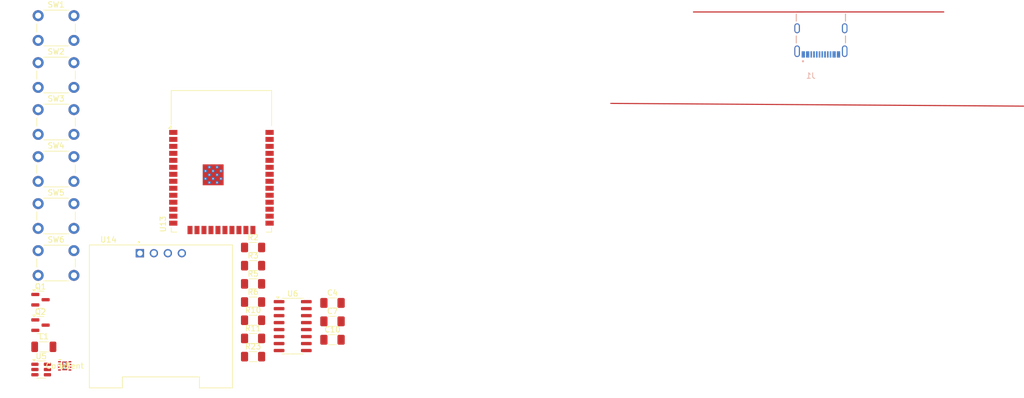
<source format=kicad_pcb>
(kicad_pcb (version 20241229) (generator "pcbnew") (generator_version "9.0")
  (layers (0 "F.Cu" signal) (2 "B.Cu" signal) (13 "F.Paste" user) (15 "B.Paste" user) (5 "F.SilkS" user "F.Silkscreen") (7 "B.SilkS" user "B.Silkscreen") (1 "F.Mask" user) (3 "B.Mask" user) (25 "Edge.Cuts" user))
  (net 0 "")
  (net 1 "Net-(U6-V3)")
  (net 2 "GND")
  (net 3 "Net-(J1-DN1)")
  (net 4 "Net-(J1-DP1)")
  (net 5 "Net-(J1-CC1)")
  (net 6 "Net-(J1-CC2)")
  (net 7 "Net-(Q1-B)")
  (net 8 "Net-(Q2-B)")
  (net 9 "+3,3V")
  (net 10 "Net-(U6-UD-)")
  (net 11 "Net-(U6-UD+)")
  (net 19 "+5V")
  (net 20 "RTS")
  (net 21 "Boot{slash}GPIO9")
  (net 22 "DTR")
  (net 23 "CHIP_EN")
  (net 24 "Net-(U2-FB)")
  (net 25 "RXD")
  (net 26 "TXD")
  (net 30 "Gpio33")
  (net 33 "Gpio26")
  (net 46 "Gpio35")
  (net 47 "Gpio27")
  (net 52 "SDA")
  (net 53 "SCL")
  (net 56 "Gpio32")
  (net 58 "Gpio34")
  (net 59 "Net-(U2-SW)")
  (footprint "Resistor_SMD:R_1206_3216Metric_Pad1.30x1.75mm_HandSolder" (layer "F.Cu") (at 110.5075 105.57)
    (property "Reference" "R23" (at 0 -1.83 0) (layer "F.SilkS"))
    (property "Value" "10k")
    (fp_line (start -0.727064 -0.91) (end 0.727064 -0.91) (stroke (width 0.12)) (layer "F.SilkS"))
    (fp_line (start -0.727064 0.91) (end 0.727064 0.91) (stroke (width 0.12)) (layer "F.SilkS"))
    (pad "1" smd roundrect (at -1.55 0) (size 1.3 1.75) (layers "F.Cu" "F.Mask" "F.Paste") (roundrect_rratio 0.192308) (net 9 "+3,3V"))
    (pad "2" smd roundrect (at 1.55 0) (size 1.3 1.75) (layers "F.Cu" "F.Mask" "F.Paste") (roundrect_rratio 0.192308) (net 23 "CHIP_EN"))
  )
  (footprint "Capacitor_SMD:C_1206_3216Metric_Pad1.33x1.80mm_HandSolder" (layer "F.Cu") (at 124.9375 99.15)
    (property "Reference" "C7" (at 0 -1.85 0) (layer "F.SilkS"))
    (property "Value" "10uF")
    (fp_line (start -0.711252 -0.91) (end 0.711252 -0.91) (stroke (width 0.12)) (layer "F.SilkS"))
    (fp_line (start -0.711252 0.91) (end 0.711252 0.91) (stroke (width 0.12)) (layer "F.SilkS"))
    (pad "1" smd roundrect (at -1.5625 0) (size 1.325 1.8) (layers "F.Cu" "F.Mask" "F.Paste") (roundrect_rratio 0.188679) (net 19 "+5V"))
    (pad "2" smd roundrect (at 1.5625 0) (size 1.325 1.8) (layers "F.Cu" "F.Mask" "F.Paste") (roundrect_rratio 0.188679) (net 2 "GND"))
  )
  (footprint "Button_Switch_THT:SW_PUSH_6mm_H4.3mm" (layer "F.Cu") (at 71.4575 60.64)
    (property "Reference" "SW3" (at 3.25 -2 0) (layer "F.SilkS"))
    (property "Value" "SW_Push")
    (fp_line (start -0.25 1.5) (end -0.25 3) (stroke (width 0.12)) (layer "F.SilkS"))
    (fp_line (start 1 5.5) (end 5.5 5.5) (stroke (width 0.12)) (layer "F.SilkS"))
    (fp_line (start 5.5 -1) (end 1 -1) (stroke (width 0.12)) (layer "F.SilkS"))
    (fp_line (start 6.75 3) (end 6.75 1.5) (stroke (width 0.12)) (layer "F.SilkS"))
    (pad "1" thru_hole circle (at 0 0 90) (size 2 2) (drill 1.1) (layers "*.Cu" "*.Mask") (net 56 "Gpio32"))
    (pad "1" thru_hole circle (at 6.5 0 90) (size 2 2) (drill 1.1) (layers "*.Cu" "*.Mask") (net 56 "Gpio32"))
    (pad "2" thru_hole circle (at 0 4.5 90) (size 2 2) (drill 1.1) (layers "*.Cu" "*.Mask") (net 2 "GND"))
    (pad "2" thru_hole circle (at 6.5 4.5 90) (size 2 2) (drill 1.1) (layers "*.Cu" "*.Mask") (net 2 "GND"))
  )
  (footprint "footprints:DSG0008A" (layer "F.Cu") (at 76.282396 107.250062)
    (property "Reference" "U2" (at 0 0 0) (layer "F.SilkS"))
    (property "Value" "TPS62065DSGR")
    (fp_line (start -1.074928 -1.150112) (end -0.625094 -1.150112) (stroke (width 0.1699)) (layer "F.SilkS"))
    (fp_text user "Comment" (at 0 0 0) (layer "F.SilkS"))
    (pad "1" smd rect (at -0.94996 -0.750062 90) (size 0.249936 0.499872) (layers "F.Cu" "F.Mask" "F.Paste") (net 2 "GND"))
    (pad "2" smd rect (at -0.94996 -0.249936 90) (size 0.249936 0.499872) (layers "F.Cu" "F.Mask" "F.Paste") (net 59 "Net-(U2-SW)"))
    (pad "3" smd rect (at -0.94996 0.249936 90) (size 0.249936 0.499872) (layers "F.Cu" "F.Mask" "F.Paste") (net 2 "GND"))
    (pad "4" smd rect (at -0.94996 0.750062 90) (size 0.249936 0.499872) (layers "F.Cu" "F.Mask" "F.Paste") (net 24 "Net-(U2-FB)"))
    (pad "5" smd rect (at 0.94996 0.750062 90) (size 0.249936 0.499872) (layers "F.Cu" "F.Mask" "F.Paste") (net 19 "+5V"))
    (pad "6" smd rect (at 0.94996 0.249936 90) (size 0.249936 0.499872) (layers "F.Cu" "F.Mask" "F.Paste") (net 2 "GND"))
    (pad "7" smd rect (at 0.94996 -0.249936 90) (size 0.249936 0.499872) (layers "F.Cu" "F.Mask" "F.Paste") (net 19 "+5V"))
    (pad "8" smd rect (at 0.94996 -0.750062 90) (size 0.249936 0.499872) (layers "F.Cu" "F.Mask" "F.Paste") (net 19 "+5V"))
    (pad "9" smd rect (at 0 0) (size 0.899922 1.599946) (layers "F.Cu" "F.Mask" "F.Paste") (net 2 "GND"))
    (pad "V" thru_hole circle (at 0 -0.40005) (size 0.499872 0.499872) (drill 0.254) (layers "*.Cu" "*.Mask"))
    (pad "V" thru_hole circle (at 0 0.40005) (size 0.499872 0.499872) (drill 0.254) (layers "*.Cu" "*.Mask"))
  )
  (footprint "Package_SO:SOIC-16_3.9x9.9mm_P1.27mm" (layer "F.Cu") (at 117.7075 100.02)
    (property "Reference" "U6" (at 0 -5.9 0) (layer "F.SilkS"))
    (property "Value" "CH340C")
    (fp_line (start 0 -5.06) (end -1.95 -5.06) (stroke (width 0.12)) (layer "F.SilkS"))
    (fp_line (start 0 -5.06) (end 1.95 -5.06) (stroke (width 0.12)) (layer "F.SilkS"))
    (fp_line (start 0 5.06) (end -1.95 5.06) (stroke (width 0.12)) (layer "F.SilkS"))
    (fp_line (start 0 5.06) (end 1.95 5.06) (stroke (width 0.12)) (layer "F.SilkS"))
    (fp_poly (pts (xy -2.7 -5.005) (xy -2.94 -5.335) (xy -2.46 -5.335)) (stroke (width 0.12)) (fill yes) (layer "F.SilkS"))
    (pad "1" smd roundrect (at -2.475 -4.445) (size 1.95 0.6) (layers "F.Cu" "F.Mask" "F.Paste") (net 2 "GND"))
    (pad "2" smd roundrect (at -2.475 -3.175) (size 1.95 0.6) (layers "F.Cu" "F.Mask" "F.Paste") (net 26 "TXD"))
    (pad "3" smd roundrect (at -2.475 -1.905) (size 1.95 0.6) (layers "F.Cu" "F.Mask" "F.Paste") (net 25 "RXD"))
    (pad "4" smd roundrect (at -2.475 -0.635) (size 1.95 0.6) (layers "F.Cu" "F.Mask" "F.Paste") (net 1 "Net-(U6-V3)"))
    (pad "5" smd roundrect (at -2.475 0.635) (size 1.95 0.6) (layers "F.Cu" "F.Mask" "F.Paste") (net 11 "Net-(U6-UD+)"))
    (pad "6" smd roundrect (at -2.475 1.905) (size 1.95 0.6) (layers "F.Cu" "F.Mask" "F.Paste") (net 10 "Net-(U6-UD-)"))
    (pad "7" smd roundrect (at -2.475 3.175) (size 1.95 0.6) (layers "F.Cu" "F.Mask" "F.Paste"))
    (pad "8" smd roundrect (at -2.475 4.445) (size 1.95 0.6) (layers "F.Cu" "F.Mask" "F.Paste"))
    (pad "9" smd roundrect (at 2.475 4.445) (size 1.95 0.6) (layers "F.Cu" "F.Mask" "F.Paste"))
    (pad "10" smd roundrect (at 2.475 3.175) (size 1.95 0.6) (layers "F.Cu" "F.Mask" "F.Paste"))
    (pad "11" smd roundrect (at 2.475 1.905) (size 1.95 0.6) (layers "F.Cu" "F.Mask" "F.Paste"))
    (pad "12" smd roundrect (at 2.475 0.635) (size 1.95 0.6) (layers "F.Cu" "F.Mask" "F.Paste"))
    (pad "13" smd roundrect (at 2.475 -0.635) (size 1.95 0.6) (layers "F.Cu" "F.Mask" "F.Paste") (net 22 "DTR"))
    (pad "14" smd roundrect (at 2.475 -1.905) (size 1.95 0.6) (layers "F.Cu" "F.Mask" "F.Paste") (net 20 "RTS"))
    (pad "15" smd roundrect (at 2.475 -3.175) (size 1.95 0.6) (layers "F.Cu" "F.Mask" "F.Paste"))
    (pad "16" smd roundrect (at 2.475 -4.445) (size 1.95 0.6) (layers "F.Cu" "F.Mask" "F.Paste") (net 19 "+5V"))
  )
  (footprint "Resistor_SMD:R_1206_3216Metric_Pad1.30x1.75mm_HandSolder" (layer "F.Cu") (at 110.5075 85.71)
    (property "Reference" "R2" (at 0 -1.83 0) (layer "F.SilkS"))
    (property "Value" "820k")
    (fp_line (start -0.727064 -0.91) (end 0.727064 -0.91) (stroke (width 0.12)) (layer "F.SilkS"))
    (fp_line (start -0.727064 0.91) (end 0.727064 0.91) (stroke (width 0.12)) (layer "F.SilkS"))
    (pad "1" smd roundrect (at -1.55 0) (size 1.3 1.75) (layers "F.Cu" "F.Mask" "F.Paste") (roundrect_rratio 0.192308) (net 9 "+3,3V"))
    (pad "2" smd roundrect (at 1.55 0) (size 1.3 1.75) (layers "F.Cu" "F.Mask" "F.Paste") (roundrect_rratio 0.192308) (net 24 "Net-(U2-FB)"))
  )
  (footprint "Button_Switch_THT:SW_PUSH_6mm_H4.3mm" (layer "F.Cu") (at 71.4575 86.29)
    (property "Reference" "SW6" (at 3.25 -2 0) (layer "F.SilkS"))
    (property "Value" "SW_Push")
    (fp_line (start -0.25 1.5) (end -0.25 3) (stroke (width 0.12)) (layer "F.SilkS"))
    (fp_line (start 1 5.5) (end 5.5 5.5) (stroke (width 0.12)) (layer "F.SilkS"))
    (fp_line (start 5.5 -1) (end 1 -1) (stroke (width 0.12)) (layer "F.SilkS"))
    (fp_line (start 6.75 3) (end 6.75 1.5) (stroke (width 0.12)) (layer "F.SilkS"))
    (pad "1" thru_hole circle (at 0 0 90) (size 2 2) (drill 1.1) (layers "*.Cu" "*.Mask") (net 46 "Gpio35"))
    (pad "1" thru_hole circle (at 6.5 0 90) (size 2 2) (drill 1.1) (layers "*.Cu" "*.Mask") (net 46 "Gpio35"))
    (pad "2" thru_hole circle (at 0 4.5 90) (size 2 2) (drill 1.1) (layers "*.Cu" "*.Mask") (net 2 "GND"))
    (pad "2" thru_hole circle (at 6.5 4.5 90) (size 2 2) (drill 1.1) (layers "*.Cu" "*.Mask") (net 2 "GND"))
  )
  (footprint "RF_Module:ESP32-WROOM-32D" (layer "F.Cu") (at 104.7575 73.03)
    (property "Reference" "U13" (at -10.61 8.43 90) (layer "F.SilkS"))
    (property "Value" "ESP32-WROOM-32E")
    (fp_line (start -9.12 -15.86) (end -9.12 -9.7) (stroke (width 0.12)) (layer "F.SilkS"))
    (fp_line (start -9.12 -15.86) (end 9.12 -15.86) (stroke (width 0.12)) (layer "F.SilkS"))
    (fp_line (start -9.12 9.1) (end -9.12 9.88) (stroke (width 0.12)) (layer "F.SilkS"))
    (fp_line (start -9.12 9.88) (end -8.12 9.88) (stroke (width 0.12)) (layer "F.SilkS"))
    (fp_line (start 9.12 -15.86) (end 9.12 -9.445) (stroke (width 0.12)) (layer "F.SilkS"))
    (fp_line (start 9.12 9.1) (end 9.12 9.88) (stroke (width 0.12)) (layer "F.SilkS"))
    (fp_line (start 9.12 9.88) (end 8.12 9.88) (stroke (width 0.12)) (layer "F.SilkS"))
    (fp_poly (pts (xy -9.125 -8.975) (xy -9.625 -8.975) (xy -9.125 -9.475) (xy -9.125 -8.975)) (stroke (width 0.12)) (fill yes) (layer "F.SilkS"))
    (pad "1" smd rect (at -8.75 -8.25) (size 1.5 0.9) (layers "F.Cu" "F.Mask" "F.Paste") (net 2 "GND"))
    (pad "2" smd rect (at -8.75 -6.98) (size 1.5 0.9) (layers "F.Cu" "F.Mask" "F.Paste") (net 9 "+3,3V"))
    (pad "3" smd rect (at -8.75 -5.71) (size 1.5 0.9) (layers "F.Cu" "F.Mask" "F.Paste") (net 23 "CHIP_EN"))
    (pad "4" smd rect (at -8.75 -4.44) (size 1.5 0.9) (layers "F.Cu" "F.Mask" "F.Paste"))
    (pad "5" smd rect (at -8.75 -3.17) (size 1.5 0.9) (layers "F.Cu" "F.Mask" "F.Paste"))
    (pad "6" smd rect (at -8.75 -1.9) (size 1.5 0.9) (layers "F.Cu" "F.Mask" "F.Paste") (net 58 "Gpio34"))
    (pad "7" smd rect (at -8.75 -0.63) (size 1.5 0.9) (layers "F.Cu" "F.Mask" "F.Paste") (net 46 "Gpio35"))
    (pad "8" smd rect (at -8.75 0.64) (size 1.5 0.9) (layers "F.Cu" "F.Mask" "F.Paste") (net 56 "Gpio32"))
    (pad "9" smd rect (at -8.75 1.91) (size 1.5 0.9) (layers "F.Cu" "F.Mask" "F.Paste") (net 30 "Gpio33"))
    (pad "10" smd rect (at -8.75 3.18) (size 1.5 0.9) (layers "F.Cu" "F.Mask" "F.Paste"))
    (pad "11" smd rect (at -8.75 4.45) (size 1.5 0.9) (layers "F.Cu" "F.Mask" "F.Paste") (net 33 "Gpio26"))
    (pad "12" smd rect (at -8.75 5.72) (size 1.5 0.9) (layers "F.Cu" "F.Mask" "F.Paste") (net 47 "Gpio27"))
    (pad "13" smd rect (at -8.75 6.99) (size 1.5 0.9) (layers "F.Cu" "F.Mask" "F.Paste"))
    (pad "14" smd rect (at -8.75 8.26) (size 1.5 0.9) (layers "F.Cu" "F.Mask" "F.Paste"))
    (pad "15" smd rect (at -5.71 9.51 90) (size 1.5 0.9) (layers "F.Cu" "F.Mask" "F.Paste") (net 2 "GND"))
    (pad "16" smd rect (at -4.44 9.51 90) (size 1.5 0.9) (layers "F.Cu" "F.Mask" "F.Paste"))
    (pad "17" smd rect (at -3.17 9.51 90) (size 1.5 0.9) (layers "F.Cu" "F.Mask" "F.Paste"))
    (pad "18" smd rect (at -1.9 9.51 90) (size 1.5 0.9) (layers "F.Cu" "F.Mask" "F.Paste"))
    (pad "19" smd rect (at -0.63 9.51 90) (size 1.5 0.9) (layers "F.Cu" "F.Mask" "F.Paste"))
    (pad "20" smd rect (at 0.64 9.51 90) (size 1.5 0.9) (layers "F.Cu" "F.Mask" "F.Paste"))
    (pad "21" smd rect (at 1.91 9.51 90) (size 1.5 0.9) (layers "F.Cu" "F.Mask" "F.Paste"))
    (pad "22" smd rect (at 3.18 9.51 90) (size 1.5 0.9) (layers "F.Cu" "F.Mask" "F.Paste"))
    (pad "23" smd rect (at 4.45 9.51 90) (size 1.5 0.9) (layers "F.Cu" "F.Mask" "F.Paste"))
    (pad "24" smd rect (at 5.72 9.51 90) (size 1.5 0.9) (layers "F.Cu" "F.Mask" "F.Paste"))
    (pad "25" smd rect (at 8.75 8.26) (size 1.5 0.9) (layers "F.Cu" "F.Mask" "F.Paste") (net 21 "Boot{slash}GPIO9"))
    (pad "26" smd rect (at 8.75 6.99) (size 1.5 0.9) (layers "F.Cu" "F.Mask" "F.Paste"))
    (pad "27" smd rect (at 8.75 5.72) (size 1.5 0.9) (layers "F.Cu" "F.Mask" "F.Paste"))
    (pad "28" smd rect (at 8.75 4.45) (size 1.5 0.9) (layers "F.Cu" "F.Mask" "F.Paste"))
    (pad "29" smd rect (at 8.75 3.18) (size 1.5 0.9) (layers "F.Cu" "F.Mask" "F.Paste"))
    (pad "30" smd rect (at 8.75 1.91) (size 1.5 0.9) (layers "F.Cu" "F.Mask" "F.Paste"))
    (pad "31" smd rect (at 8.75 0.64) (size 1.5 0.9) (layers "F.Cu" "F.Mask" "F.Paste"))
    (pad "32" smd rect (at 8.75 -0.63) (size 1.5 0.9) (layers "F.Cu" "F.Mask" "F.Paste"))
    (pad "33" smd rect (at 8.75 -1.9) (size 1.5 0.9) (layers "F.Cu" "F.Mask" "F.Paste") (net 52 "SDA"))
    (pad "34" smd rect (at 8.75 -3.17) (size 1.5 0.9) (layers "F.Cu" "F.Mask" "F.Paste"))
    (pad "35" smd rect (at 8.75 -4.44) (size 1.5 0.9) (layers "F.Cu" "F.Mask" "F.Paste"))
    (pad "36" smd rect (at 8.75 -5.71) (size 1.5 0.9) (layers "F.Cu" "F.Mask" "F.Paste") (net 53 "SCL"))
    (pad "37" smd rect (at 8.75 -6.98) (size 1.5 0.9) (layers "F.Cu" "F.Mask" "F.Paste"))
    (pad "38" smd rect (at 8.75 -8.25) (size 1.5 0.9) (layers "F.Cu" "F.Mask" "F.Paste") (net 2 "GND"))
    (pad "39" smd rect (at -2.9 -1.93) (size 0.9 0.9) (layers "F.Cu" "F.Paste") (net 2 "GND"))
    (pad "39" thru_hole circle (at -2.9 -1.23) (size 0.6 0.6) (drill 0.2) (property pad_prop_heatsink) (layers "*.Cu" "F.Mask") (net 2 "GND"))
    (pad "39" smd rect (at -2.9 -0.53) (size 0.9 0.9) (layers "F.Cu" "F.Paste") (net 2 "GND"))
    (pad "39" thru_hole circle (at -2.9 0.17) (size 0.6 0.6) (drill 0.2) (property pad_prop_heatsink) (layers "*.Cu" "F.Mask") (net 2 "GND"))
    (pad "39" smd rect (at -2.9 0.87) (size 0.9 0.9) (layers "F.Cu" "F.Paste") (net 2 "GND"))
    (pad "39" thru_hole circle (at -2.2 -1.93) (size 0.6 0.6) (drill 0.2) (property pad_prop_heatsink) (layers "*.Cu" "F.Mask") (net 2 "GND"))
    (pad "39" thru_hole circle (at -2.2 -0.53) (size 0.6 0.6) (drill 0.2) (property pad_prop_heatsink) (layers "*.Cu" "F.Mask") (net 2 "GND"))
    (pad "39" thru_hole circle (at -2.2 0.87) (size 0.6 0.6) (drill 0.2) (property pad_prop_heatsink) (layers "*.Cu" "F.Mask") (net 2 "GND"))
    (pad "39" thru_hole circle (at -1.525 -1.23) (size 0.6 0.6) (drill 0.2) (property pad_prop_heatsink) (layers "*.Cu" "F.Mask") (net 2 "GND"))
    (pad "39" thru_hole circle (at -1.525 0.17) (size 0.6 0.6) (drill 0.2) (property pad_prop_heatsink) (layers "*.Cu" "F.Mask") (net 2 "GND"))
    (pad "39" smd rect (at -1.5 -1.93) (size 0.9 0.9) (layers "F.Cu" "F.Paste") (net 2 "GND"))
    (pad "39" smd rect (at -1.5 -0.53) (size 0.9 0.9) (layers "F.Cu" "F.Paste") (net 2 "GND"))
    (pad "39" smd rect (at -1.5 -0.53) (size 3.8 3.8) (property pad_prop_heatsink) (layers "F.Cu" "F.Mask") (net 2 "GND"))
    (pad "39" smd rect (at -1.5 0.87) (size 0.9 0.9) (layers "F.Cu" "F.Paste") (net 2 "GND"))
    (pad "39" thru_hole circle (at -0.8 -1.93) (size 0.6 0.6) (drill 0.2) (property pad_prop_heatsink) (layers "*.Cu" "F.Mask") (net 2 "GND"))
    (pad "39" thru_hole circle (at -0.8 -0.53) (size 0.6 0.6) (drill 0.2) (property pad_prop_heatsink) (layers "*.Cu" "F.Mask") (net 2 "GND"))
    (pad "39" thru_hole circle (at -0.8 0.87) (size 0.6 0.6) (drill 0.2) (property pad_prop_heatsink) (layers "*.Cu" "F.Mask") (net 2 "GND"))
    (pad "39" smd rect (at -0.1 -1.93) (size 0.9 0.9) (layers "F.Cu" "F.Paste") (net 2 "GND"))
    (pad "39" thru_hole circle (at -0.1 -1.23) (size 0.6 0.6) (drill 0.2) (property pad_prop_heatsink) (layers "*.Cu" "F.Mask") (net 2 "GND"))
    (pad "39" smd rect (at -0.1 -0.53) (size 0.9 0.9) (layers "F.Cu" "F.Paste") (net 2 "GND"))
    (pad "39" thru_hole circle (at -0.1 0.17) (size 0.6 0.6) (drill 0.2) (property pad_prop_heatsink) (layers "*.Cu" "F.Mask") (net 2 "GND"))
    (pad "39" smd rect (at -0.1 0.87) (size 0.9 0.9) (layers "F.Cu" "F.Paste") (net 2 "GND"))
  )
  (footprint "Button_Switch_THT:SW_PUSH_6mm_H4.3mm" (layer "F.Cu") (at 71.4575 77.74)
    (property "Reference" "SW5" (at 3.25 -2 0) (layer "F.SilkS"))
    (property "Value" "SW_Push")
    (fp_line (start -0.25 1.5) (end -0.25 3) (stroke (width 0.12)) (layer "F.SilkS"))
    (fp_line (start 1 5.5) (end 5.5 5.5) (stroke (width 0.12)) (layer "F.SilkS"))
    (fp_line (start 5.5 -1) (end 1 -1) (stroke (width 0.12)) (layer "F.SilkS"))
    (fp_line (start 6.75 3) (end 6.75 1.5) (stroke (width 0.12)) (layer "F.SilkS"))
    (pad "1" thru_hole circle (at 0 0 90) (size 2 2) (drill 1.1) (layers "*.Cu" "*.Mask") (net 58 "Gpio34"))
    (pad "1" thru_hole circle (at 6.5 0 90) (size 2 2) (drill 1.1) (layers "*.Cu" "*.Mask") (net 58 "Gpio34"))
    (pad "2" thru_hole circle (at 0 4.5 90) (size 2 2) (drill 1.1) (layers "*.Cu" "*.Mask") (net 2 "GND"))
    (pad "2" thru_hole circle (at 6.5 4.5 90) (size 2 2) (drill 1.1) (layers "*.Cu" "*.Mask") (net 2 "GND"))
  )
  (footprint "Button_Switch_THT:SW_PUSH_6mm_H4.3mm" (layer "F.Cu") (at 71.4575 43.54)
    (property "Reference" "SW1" (at 3.25 -2 0) (layer "F.SilkS"))
    (property "Value" "SW_Push")
    (fp_line (start -0.25 1.5) (end -0.25 3) (stroke (width 0.12)) (layer "F.SilkS"))
    (fp_line (start 1 5.5) (end 5.5 5.5) (stroke (width 0.12)) (layer "F.SilkS"))
    (fp_line (start 5.5 -1) (end 1 -1) (stroke (width 0.12)) (layer "F.SilkS"))
    (fp_line (start 6.75 3) (end 6.75 1.5) (stroke (width 0.12)) (layer "F.SilkS"))
    (pad "1" thru_hole circle (at 0 0 90) (size 2 2) (drill 1.1) (layers "*.Cu" "*.Mask") (net 33 "Gpio26"))
    (pad "1" thru_hole circle (at 6.5 0 90) (size 2 2) (drill 1.1) (layers "*.Cu" "*.Mask") (net 33 "Gpio26"))
    (pad "2" thru_hole circle (at 0 4.5 90) (size 2 2) (drill 1.1) (layers "*.Cu" "*.Mask") (net 2 "GND"))
    (pad "2" thru_hole circle (at 6.5 4.5 90) (size 2 2) (drill 1.1) (layers "*.Cu" "*.Mask") (net 2 "GND"))
  )
  (footprint "Package_TO_SOT_SMD:SOT-23-6" (layer "F.Cu") (at 72.0075 107.915)
    (property "Reference" "U5" (at 0 -2.4 0) (layer "F.SilkS"))
    (property "Value" "WE-TVS-82400102")
    (fp_line (start 0 -1.56) (end -0.8 -1.56) (stroke (width 0.12)) (layer "F.SilkS"))
    (fp_line (start 0 -1.56) (end 0.8 -1.56) (stroke (width 0.12)) (layer "F.SilkS"))
    (fp_line (start 0 1.56) (end -0.8 1.56) (stroke (width 0.12)) (layer "F.SilkS"))
    (fp_line (start 0 1.56) (end 0.8 1.56) (stroke (width 0.12)) (layer "F.SilkS"))
    (fp_poly (pts (xy -1.3 -1.51) (xy -1.54 -1.84) (xy -1.06 -1.84)) (stroke (width 0.12)) (fill yes) (layer "F.SilkS"))
    (pad "1" smd roundrect (at -1.1375 -0.95) (size 1.325 0.6) (layers "F.Cu" "F.Mask" "F.Paste") (net 3 "Net-(J1-DN1)"))
    (pad "2" smd roundrect (at -1.1375 0) (size 1.325 0.6) (layers "F.Cu" "F.Mask" "F.Paste") (net 2 "GND"))
    (pad "3" smd roundrect (at -1.1375 0.95) (size 1.325 0.6) (layers "F.Cu" "F.Mask" "F.Paste") (net 4 "Net-(J1-DP1)"))
    (pad "4" smd roundrect (at 1.1375 0.95) (size 1.325 0.6) (layers "F.Cu" "F.Mask" "F.Paste") (net 11 "Net-(U6-UD+)"))
    (pad "5" smd roundrect (at 1.1375 0) (size 1.325 0.6) (layers "F.Cu" "F.Mask" "F.Paste") (net 19 "+5V"))
    (pad "6" smd roundrect (at 1.1375 -0.95) (size 1.325 0.6) (layers "F.Cu" "F.Mask" "F.Paste") (net 10 "Net-(U6-UD-)"))
  )
  (footprint "Resistor_SMD:R_1206_3216Metric_Pad1.30x1.75mm_HandSolder" (layer "F.Cu") (at 110.5075 89.02)
    (property "Reference" "R3" (at 0 -1.83 0) (layer "F.SilkS"))
    (property "Value" "182k")
    (fp_line (start -0.727064 -0.91) (end 0.727064 -0.91) (stroke (width 0.12)) (layer "F.SilkS"))
    (fp_line (start -0.727064 0.91) (end 0.727064 0.91) (stroke (width 0.12)) (layer "F.SilkS"))
    (pad "1" smd roundrect (at -1.55 0) (size 1.3 1.75) (layers "F.Cu" "F.Mask" "F.Paste") (roundrect_rratio 0.192308) (net 24 "Net-(U2-FB)"))
    (pad "2" smd roundrect (at 1.55 0) (size 1.3 1.75) (layers "F.Cu" "F.Mask" "F.Paste") (roundrect_rratio 0.192308) (net 2 "GND"))
  )
  (footprint "Capacitor_SMD:C_1206_3216Metric_Pad1.33x1.80mm_HandSolder" (layer "F.Cu") (at 124.9375 95.8)
    (property "Reference" "C4" (at 0 -1.85 0) (layer "F.SilkS"))
    (property "Value" "100nF")
    (fp_line (start -0.711252 -0.91) (end 0.711252 -0.91) (stroke (width 0.12)) (layer "F.SilkS"))
    (fp_line (start -0.711252 0.91) (end 0.711252 0.91) (stroke (width 0.12)) (layer "F.SilkS"))
    (pad "1" smd roundrect (at -1.5625 0) (size 1.325 1.8) (layers "F.Cu" "F.Mask" "F.Paste") (roundrect_rratio 0.188679) (net 1 "Net-(U6-V3)"))
    (pad "2" smd roundrect (at 1.5625 0) (size 1.325 1.8) (layers "F.Cu" "F.Mask" "F.Paste") (roundrect_rratio 0.188679) (net 2 "GND"))
  )
  (footprint "Resistor_SMD:R_1206_3216Metric_Pad1.30x1.75mm_HandSolder" (layer "F.Cu") (at 110.5075 102.26)
    (property "Reference" "R11" (at 0 -1.83 0) (layer "F.SilkS"))
    (property "Value" "10k")
    (fp_line (start -0.727064 -0.91) (end 0.727064 -0.91) (stroke (width 0.12)) (layer "F.SilkS"))
    (fp_line (start -0.727064 0.91) (end 0.727064 0.91) (stroke (width 0.12)) (layer "F.SilkS"))
    (pad "1" smd roundrect (at -1.55 0) (size 1.3 1.75) (layers "F.Cu" "F.Mask" "F.Paste") (roundrect_rratio 0.192308) (net 20 "RTS"))
    (pad "2" smd roundrect (at 1.55 0) (size 1.3 1.75) (layers "F.Cu" "F.Mask" "F.Paste") (roundrect_rratio 0.192308) (net 8 "Net-(Q2-B)"))
  )
  (footprint "Resistor_SMD:R_1206_3216Metric_Pad1.30x1.75mm_HandSolder" (layer "F.Cu") (at 110.5075 98.95)
    (property "Reference" "R10" (at 0 -1.83 0) (layer "F.SilkS"))
    (property "Value" "10k")
    (fp_line (start -0.727064 -0.91) (end 0.727064 -0.91) (stroke (width 0.12)) (layer "F.SilkS"))
    (fp_line (start -0.727064 0.91) (end 0.727064 0.91) (stroke (width 0.12)) (layer "F.SilkS"))
    (pad "1" smd roundrect (at -1.55 0) (size 1.3 1.75) (layers "F.Cu" "F.Mask" "F.Paste") (roundrect_rratio 0.192308) (net 22 "DTR"))
    (pad "2" smd roundrect (at 1.55 0) (size 1.3 1.75) (layers "F.Cu" "F.Mask" "F.Paste") (roundrect_rratio 0.192308) (net 7 "Net-(Q1-B)"))
  )
  (footprint "Package_TO_SOT_SMD:SOT-23" (layer "F.Cu") (at 71.8775 95.215)
    (property "Reference" "Q1" (at 0 -2.4 0) (layer "F.SilkS"))
    (property "Value" "BC817")
    (fp_line (start 0 -1.56) (end -0.65 -1.56) (stroke (width 0.12)) (layer "F.SilkS"))
    (fp_line (start 0 -1.56) (end 0.65 -1.56) (stroke (width 0.12)) (layer "F.SilkS"))
    (fp_line (start 0 1.56) (end -0.65 1.56) (stroke (width 0.12)) (layer "F.SilkS"))
    (fp_line (start 0 1.56) (end 0.65 1.56) (stroke (width 0.12)) (layer "F.SilkS"))
    (fp_poly (pts (xy -1.1625 -1.51) (xy -1.4025 -1.84) (xy -0.9225 -1.84)) (stroke (width 0.12)) (fill yes) (layer "F.SilkS"))
    (pad "1" smd roundrect (at -0.9375 -0.95) (size 1.475 0.6) (layers "F.Cu" "F.Mask" "F.Paste") (net 7 "Net-(Q1-B)"))
    (pad "2" smd roundrect (at -0.9375 0.95) (size 1.475 0.6) (layers "F.Cu" "F.Mask" "F.Paste") (net 20 "RTS"))
    (pad "3" smd roundrect (at 0.9375 0) (size 1.475 0.6) (layers "F.Cu" "F.Mask" "F.Paste") (net 23 "CHIP_EN"))
  )
  (footprint "Button_Switch_THT:SW_PUSH_6mm_H4.3mm" (layer "F.Cu") (at 71.4575 69.19)
    (property "Reference" "SW4" (at 3.25 -2 0) (layer "F.SilkS"))
    (property "Value" "SW_Push")
    (fp_line (start -0.25 1.5) (end -0.25 3) (stroke (width 0.12)) (layer "F.SilkS"))
    (fp_line (start 1 5.5) (end 5.5 5.5) (stroke (width 0.12)) (layer "F.SilkS"))
    (fp_line (start 5.5 -1) (end 1 -1) (stroke (width 0.12)) (layer "F.SilkS"))
    (fp_line (start 6.75 3) (end 6.75 1.5) (stroke (width 0.12)) (layer "F.SilkS"))
    (pad "1" thru_hole circle (at 0 0 90) (size 2 2) (drill 1.1) (layers "*.Cu" "*.Mask") (net 30 "Gpio33"))
    (pad "1" thru_hole circle (at 6.5 0 90) (size 2 2) (drill 1.1) (layers "*.Cu" "*.Mask") (net 30 "Gpio33"))
    (pad "2" thru_hole circle (at 0 4.5 90) (size 2 2) (drill 1.1) (layers "*.Cu" "*.Mask") (net 2 "GND"))
    (pad "2" thru_hole circle (at 6.5 4.5 90) (size 2 2) (drill 1.1) (layers "*.Cu" "*.Mask") (net 2 "GND"))
  )
  (footprint "Resistor_SMD:R_1206_3216Metric_Pad1.30x1.75mm_HandSolder" (layer "F.Cu") (at 110.5075 95.64)
    (property "Reference" "R6" (at 0 -1.83 0) (layer "F.SilkS"))
    (property "Value" "5.1k")
    (fp_line (start -0.727064 -0.91) (end 0.727064 -0.91) (stroke (width 0.12)) (layer "F.SilkS"))
    (fp_line (start -0.727064 0.91) (end 0.727064 0.91) (stroke (width 0.12)) (layer "F.SilkS"))
    (pad "1" smd roundrect (at -1.55 0) (size 1.3 1.75) (layers "F.Cu" "F.Mask" "F.Paste") (roundrect_rratio 0.192308) (net 6 "Net-(J1-CC2)"))
    (pad "2" smd roundrect (at 1.55 0) (size 1.3 1.75) (layers "F.Cu" "F.Mask" "F.Paste") (roundrect_rratio 0.192308) (net 2 "GND"))
  )
  (footprint "DM-OLED096-636:MODULE_DM-OLED096-636" (layer "F.Cu") (at 93.7575 98.255)
    (property "Reference" "U14" (at -9.525 -13.97 0) (layer "F.SilkS"))
    (property "Value" "DM-OLED096-636")
    (fp_line (start -13 -13) (end 13 -13) (stroke (width 0.127)) (layer "F.SilkS"))
    (fp_line (start -13 13) (end -13 -13) (stroke (width 0.127)) (layer "F.SilkS"))
    (fp_line (start -7 11) (end -7 13) (stroke (width 0.127)) (layer "F.SilkS"))
    (fp_line (start -7 13) (end -13 13) (stroke (width 0.127)) (layer "F.SilkS"))
    (fp_line (start 7 11) (end -7 11) (stroke (width 0.127)) (layer "F.SilkS"))
    (fp_line (start 7 13) (end 7 11) (stroke (width 0.127)) (layer "F.SilkS"))
    (fp_line (start 13 -13) (end 13 13) (stroke (width 0.127)) (layer "F.SilkS"))
    (fp_line (start 13 13) (end 7 13) (stroke (width 0.127)) (layer "F.SilkS"))
    (fp_circle (center -4 -13.5) (end -3.9 -13.5) (stroke (width 0.2)) (fill no) (layer "F.SilkS"))
    (pad "1" thru_hole rect (at -3.81 -11.5) (size 1.508 1.508) (drill 1) (layers "*.Cu" "*.Mask") (net 2 "GND"))
    (pad "2" thru_hole circle (at -1.27 -11.5) (size 1.508 1.508) (drill 1) (layers "*.Cu" "*.Mask") (net 9 "+3,3V"))
    (pad "3" thru_hole circle (at 1.27 -11.5) (size 1.508 1.508) (drill 1) (layers "*.Cu" "*.Mask") (net 53 "SCL"))
    (pad "4" thru_hole circle (at 3.81 -11.5) (size 1.508 1.508) (drill 1) (layers "*.Cu" "*.Mask") (net 52 "SDA"))
  )
  (footprint "Inductor_SMD:L_1206_3216Metric_Pad1.22x1.90mm_HandSolder" (layer "F.Cu") (at 72.4875 103.79)
    (property "Reference" "L1" (at 0 -1.9 0) (layer "F.SilkS"))
    (property "Value" "1uH")
    (fp_line (start -0.835242 -0.91) (end 0.835242 -0.91) (stroke (width 0.12)) (layer "F.SilkS"))
    (fp_line (start -0.835242 0.91) (end 0.835242 0.91) (stroke (width 0.12)) (layer "F.SilkS"))
    (pad "1" smd roundrect (at -1.6625 0) (size 1.225 1.9) (layers "F.Cu" "F.Mask" "F.Paste") (roundrect_rratio 0.204082) (net 59 "Net-(U2-SW)"))
    (pad "2" smd roundrect (at 1.6625 0) (size 1.225 1.9) (layers "F.Cu" "F.Mask" "F.Paste") (roundrect_rratio 0.204082) (net 9 "+3,3V"))
  )
  (footprint "Resistor_SMD:R_1206_3216Metric_Pad1.30x1.75mm_HandSolder" (layer "F.Cu") (at 110.5075 92.33)
    (property "Reference" "R5" (at 0 -1.83 0) (layer "F.SilkS"))
    (property "Value" "5.1k")
    (fp_line (start -0.727064 -0.91) (end 0.727064 -0.91) (stroke (width 0.12)) (layer "F.SilkS"))
    (fp_line (start -0.727064 0.91) (end 0.727064 0.91) (stroke (width 0.12)) (layer "F.SilkS"))
    (pad "1" smd roundrect (at -1.55 0) (size 1.3 1.75) (layers "F.Cu" "F.Mask" "F.Paste") (roundrect_rratio 0.192308) (net 5 "Net-(J1-CC1)"))
    (pad "2" smd roundrect (at 1.55 0) (size 1.3 1.75) (layers "F.Cu" "F.Mask" "F.Paste") (roundrect_rratio 0.192308) (net 2 "GND"))
  )
  (footprint "Package_TO_SOT_SMD:SOT-23" (layer "F.Cu") (at 71.8775 99.84)
    (property "Reference" "Q2" (at 0 -2.4 0) (layer "F.SilkS"))
    (property "Value" "BC817")
    (fp_line (start 0 -1.56) (end -0.65 -1.56) (stroke (width 0.12)) (layer "F.SilkS"))
    (fp_line (start 0 -1.56) (end 0.65 -1.56) (stroke (width 0.12)) (layer "F.SilkS"))
    (fp_line (start 0 1.56) (end -0.65 1.56) (stroke (width 0.12)) (layer "F.SilkS"))
    (fp_line (start 0 1.56) (end 0.65 1.56) (stroke (width 0.12)) (layer "F.SilkS"))
    (fp_poly (pts (xy -1.1625 -1.51) (xy -1.4025 -1.84) (xy -0.9225 -1.84)) (stroke (width 0.12)) (fill yes) (layer "F.SilkS"))
    (pad "1" smd roundrect (at -0.9375 -0.95) (size 1.475 0.6) (layers "F.Cu" "F.Mask" "F.Paste") (net 8 "Net-(Q2-B)"))
    (pad "2" smd roundrect (at -0.9375 0.95) (size 1.475 0.6) (layers "F.Cu" "F.Mask" "F.Paste") (net 22 "DTR"))
    (pad "3" smd roundrect (at 0.9375 0) (size 1.475 0.6) (layers "F.Cu" "F.Mask" "F.Paste") (net 21 "Boot{slash}GPIO9"))
  )
  (footprint "Capacitor_SMD:C_1206_3216Metric_Pad1.33x1.80mm_HandSolder" (layer "F.Cu") (at 124.9375 102.5)
    (property "Reference" "C10" (at 0 -1.85 0) (layer "F.SilkS"))
    (property "Value" "10uF")
    (fp_line (start -0.711252 -0.91) (end 0.711252 -0.91) (stroke (width 0.12)) (layer "F.SilkS"))
    (fp_line (start -0.711252 0.91) (end 0.711252 0.91) (stroke (width 0.12)) (layer "F.SilkS"))
    (pad "1" smd roundrect (at -1.5625 0) (size 1.325 1.8) (layers "F.Cu" "F.Mask" "F.Paste") (roundrect_rratio 0.188679) (net 9 "+3,3V"))
    (pad "2" smd roundrect (at 1.5625 0) (size 1.325 1.8) (layers "F.Cu" "F.Mask" "F.Paste") (roundrect_rratio 0.188679) (net 2 "GND"))
  )
  (footprint "Button_Switch_THT:SW_PUSH_6mm_H4.3mm" (layer "F.Cu") (at 71.4575 52.09)
    (property "Reference" "SW2" (at 3.25 -2 0) (layer "F.SilkS"))
    (property "Value" "SW_Push")
    (fp_line (start -0.25 1.5) (end -0.25 3) (stroke (width 0.12)) (layer "F.SilkS"))
    (fp_line (start 1 5.5) (end 5.5 5.5) (stroke (width 0.12)) (layer "F.SilkS"))
    (fp_line (start 5.5 -1) (end 1 -1) (stroke (width 0.12)) (layer "F.SilkS"))
    (fp_line (start 6.75 3) (end 6.75 1.5) (stroke (width 0.12)) (layer "F.SilkS"))
    (pad "1" thru_hole circle (at 0 0 90) (size 2 2) (drill 1.1) (layers "*.Cu" "*.Mask") (net 47 "Gpio27"))
    (pad "1" thru_hole circle (at 6.5 0 90) (size 2 2) (drill 1.1) (layers "*.Cu" "*.Mask") (net 47 "Gpio27"))
    (pad "2" thru_hole circle (at 0 4.5 90) (size 2 2) (drill 1.1) (layers "*.Cu" "*.Mask") (net 2 "GND"))
    (pad "2" thru_hole circle (at 6.5 4.5 90) (size 2 2) (drill 1.1) (layers "*.Cu" "*.Mask") (net 2 "GND"))
  )
  (footprint "USB4105-GF-A (2):GCT_USB4105-GF-A" (layer "B.Cu") (at 213.6775 45.8375)
    (property "Reference" "J1" (at -1.825 8.635 0) (layer "B.SilkS") (effects (justify mirror)))
    (property "Value" "USB4105-GF-A")
    (fp_line (start -4.47 -1.32) (end -4.47 -2.6) (stroke (width 0.2)) (layer "B.SilkS"))
    (fp_line (start -4.47 2.65) (end -4.47 1.4) (stroke (width 0.2)) (layer "B.SilkS"))
    (fp_line (start 4.47 -2.6) (end 4.47 -1.32) (stroke (width 0.2)) (layer "B.SilkS"))
    (fp_line (start 4.47 2.65) (end 4.47 1.4) (stroke (width 0.2)) (layer "B.SilkS"))
    (fp_circle (center -3.25 6) (end -3.15 6) (stroke (width 0.2)) (fill no) (layer "B.SilkS"))
    (pad "" np_thru_hole circle (at -2.89 3.68) (size 0.65 0.65) (drill 0.65) (layers "*.Cu" "*.Mask"))
    (pad "" np_thru_hole circle (at 2.89 3.68) (size 0.65 0.65) (drill 0.65) (layers "*.Cu" "*.Mask"))
    (pad "A1_B12" smd rect (at -3.2 4.755) (size 0.6 1.15) (layers "B.Cu" "B.Paste") (net 2 "GND"))
    (pad "A4_B9" smd rect (at -2.4 4.755) (size 0.6 1.15) (layers "B.Cu" "B.Paste") (net 19 "+5V"))
    (pad "A5" smd rect (at -1.25 4.755) (size 0.3 1.15) (layers "B.Cu" "B.Paste") (net 5 "Net-(J1-CC1)"))
    (pad "A6" smd rect (at -0.25 4.755) (size 0.3 1.15) (layers "B.Cu" "B.Paste") (net 4 "Net-(J1-DP1)"))
    (pad "A7" smd rect (at 0.25 4.755) (size 0.3 1.15) (layers "B.Cu" "B.Paste") (net 3 "Net-(J1-DN1)"))
    (pad "A8" smd rect (at 1.25 4.755) (size 0.3 1.15) (layers "B.Cu" "B.Paste"))
    (pad "B1_A12" smd rect (at 3.2 4.755) (size 0.6 1.15) (layers "B.Cu" "B.Paste") (net 2 "GND"))
    (pad "B4_A9" smd rect (at 2.4 4.755) (size 0.6 1.15) (layers "B.Cu" "B.Paste") (net 19 "+5V"))
    (pad "B5" smd rect (at 1.75 4.755) (size 0.3 1.15) (layers "B.Cu" "B.Paste") (net 6 "Net-(J1-CC2)"))
    (pad "B6" smd rect (at 0.75 4.755) (size 0.3 1.15) (layers "B.Cu" "B.Paste") (net 4 "Net-(J1-DP1)"))
    (pad "B7" smd rect (at -0.75 4.755) (size 0.3 1.15) (layers "B.Cu" "B.Paste") (net 3 "Net-(J1-DN1)"))
    (pad "B8" smd rect (at -1.75 4.755) (size 0.3 1.15) (layers "B.Cu" "B.Paste"))
    (pad "SH1" thru_hole oval (at -4.32 4.18) (size 1 2.1) (drill oval 0.6 1.7) (layers "*.Cu" "*.Mask") (net 2 "GND"))
    (pad "SH2" thru_hole oval (at 4.32 4.18) (size 1 2.1) (drill oval 0.6 1.7) (layers "*.Cu" "*.Mask") (net 2 "GND"))
    (pad "SH3" thru_hole oval (at -4.32 0) (size 1 1.8) (drill oval 0.6 1.4) (layers "*.Cu" "*.Mask") (net 2 "GND"))
    (pad "SH4" thru_hole oval (at 4.32 0) (size 1 1.8) (drill oval 0.6 1.4) (layers "*.Cu" "*.Mask") (net 2 "GND"))
  )
  (gr_line (start 250.5 60) (end 175.5 59.5) (stroke (width 0.2)) (layer "F.Cu"))
  (gr_line (start 236 42.860706) (end 190.518987 42.869961) (stroke (width 0.2)) (layer "F.Cu"))
)
</source>
